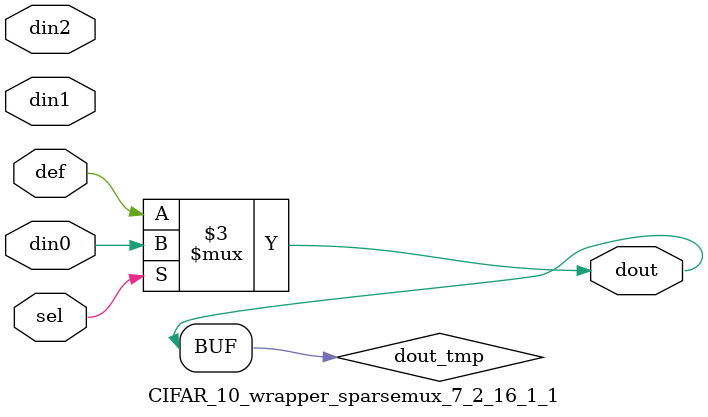
<source format=v>
`timescale 1ns / 1ps

module CIFAR_10_wrapper_sparsemux_7_2_16_1_1 (din0,din1,din2,def,sel,dout);

parameter din0_WIDTH = 1;

parameter din1_WIDTH = 1;

parameter din2_WIDTH = 1;

parameter def_WIDTH = 1;
parameter sel_WIDTH = 1;
parameter dout_WIDTH = 1;

parameter [sel_WIDTH-1:0] CASE0 = 1;

parameter [sel_WIDTH-1:0] CASE1 = 1;

parameter [sel_WIDTH-1:0] CASE2 = 1;

parameter ID = 1;
parameter NUM_STAGE = 1;



input [din0_WIDTH-1:0] din0;

input [din1_WIDTH-1:0] din1;

input [din2_WIDTH-1:0] din2;

input [def_WIDTH-1:0] def;
input [sel_WIDTH-1:0] sel;

output [dout_WIDTH-1:0] dout;



reg [dout_WIDTH-1:0] dout_tmp;

always @ (*) begin
case (sel)
    
    CASE0 : dout_tmp = din0;
    
    CASE1 : dout_tmp = din1;
    
    CASE2 : dout_tmp = din2;
    
    default : dout_tmp = def;
endcase
end


assign dout = dout_tmp;



endmodule

</source>
